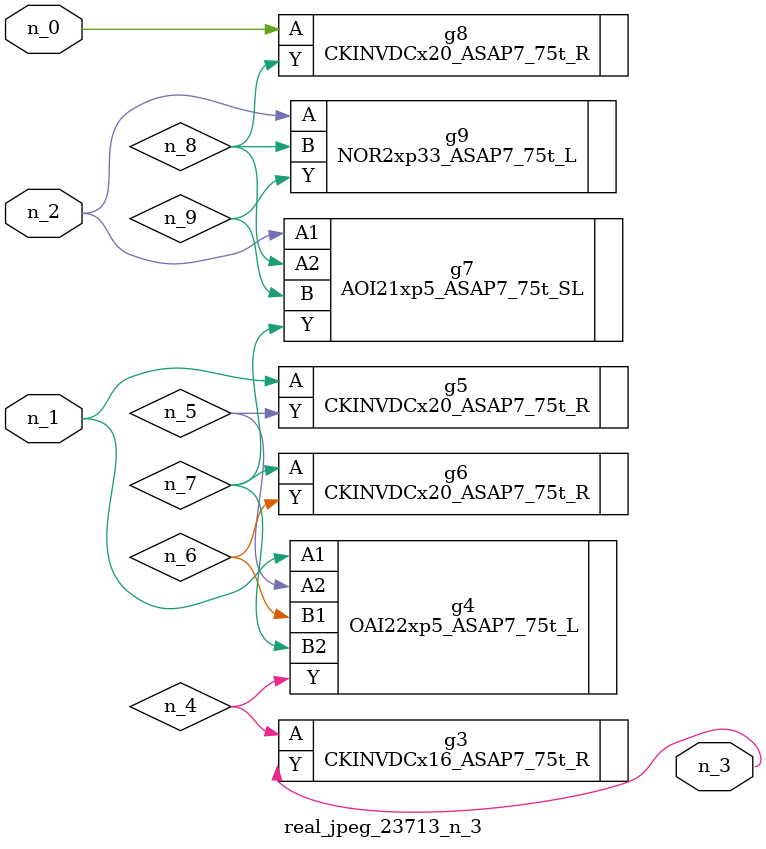
<source format=v>
module real_jpeg_23713_n_3 (n_1, n_0, n_2, n_3);

input n_1;
input n_0;
input n_2;

output n_3;

wire n_5;
wire n_8;
wire n_4;
wire n_6;
wire n_7;
wire n_9;

CKINVDCx20_ASAP7_75t_R g8 ( 
.A(n_0),
.Y(n_8)
);

OAI22xp5_ASAP7_75t_L g4 ( 
.A1(n_1),
.A2(n_5),
.B1(n_6),
.B2(n_7),
.Y(n_4)
);

CKINVDCx20_ASAP7_75t_R g5 ( 
.A(n_1),
.Y(n_5)
);

AOI21xp5_ASAP7_75t_SL g7 ( 
.A1(n_2),
.A2(n_8),
.B(n_9),
.Y(n_7)
);

NOR2xp33_ASAP7_75t_L g9 ( 
.A(n_2),
.B(n_8),
.Y(n_9)
);

CKINVDCx16_ASAP7_75t_R g3 ( 
.A(n_4),
.Y(n_3)
);

CKINVDCx20_ASAP7_75t_R g6 ( 
.A(n_7),
.Y(n_6)
);


endmodule
</source>
